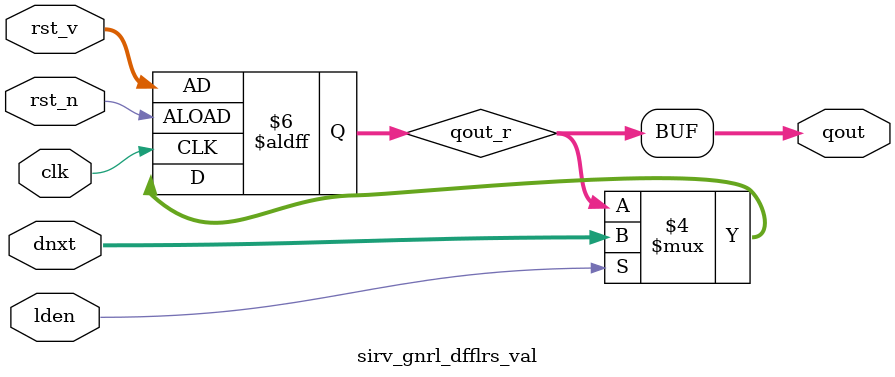
<source format=v>
`include "defines.vh"


module sirv_gnrl_dfflrs_val # (
    parameter DW = 32
) (
    input               lden    , 
    input      [DW-1:0] dnxt    ,
    output     [DW-1:0] qout    ,

    input               clk     ,
    input               rst_n   ,
    input      [DW-1:0] rst_v
);

reg [DW-1:0] qout_r;

always @(posedge clk or negedge rst_n) 
begin : DFFLRS_PROC
    if (rst_n == 1'b0) begin
        qout_r <= rst_v;
    end else if (lden == 1'b1) begin
        qout_r <= dnxt;
    end
end

assign qout = qout_r;

`ifdef SIMULATION//{
`ifdef ENABLE_SV_ASSERTION//{
//synopsys translate_off
sirv_gnrl_xchecker # (
  .DW(1)
) sirv_gnrl_xchecker(
  .i_dat(lden),
  .clk  (clk)
);
//synopsys translate_on
`endif//}
`endif//}
    
endmodule
</source>
